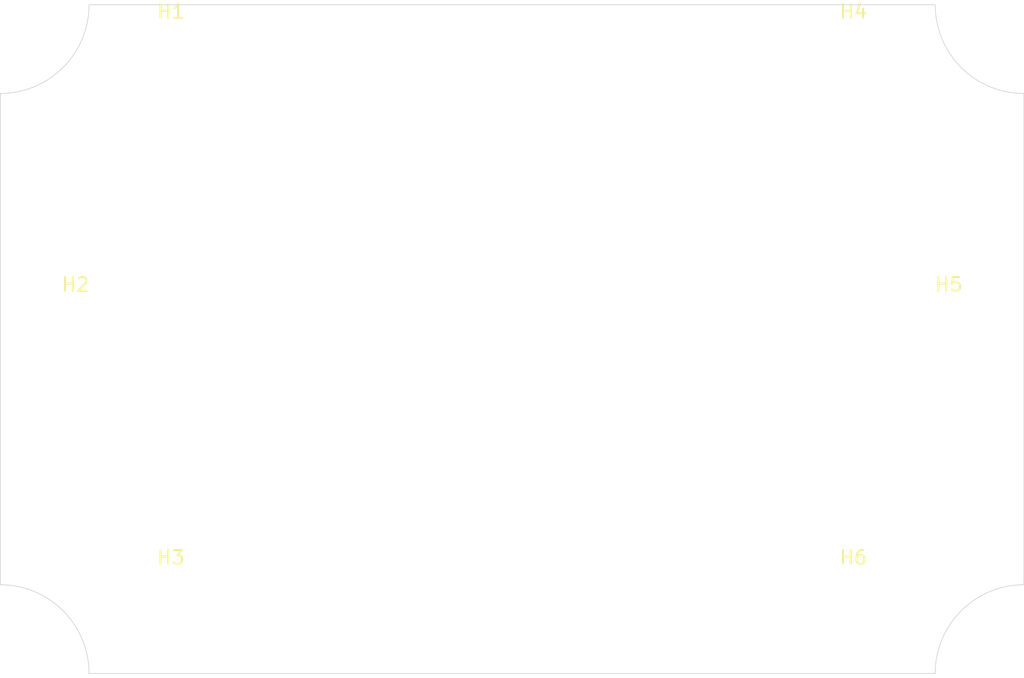
<source format=kicad_pcb>
(kicad_pcb (version 20171130) (host pcbnew 5.1.5-52549c5~86~ubuntu18.04.1)

  (general
    (thickness 1.6)
    (drawings 8)
    (tracks 0)
    (zones 0)
    (modules 6)
    (nets 1)
  )

  (page A4)
  (layers
    (0 F.Cu signal)
    (31 B.Cu signal)
    (32 B.Adhes user)
    (33 F.Adhes user)
    (34 B.Paste user)
    (35 F.Paste user)
    (36 B.SilkS user)
    (37 F.SilkS user)
    (38 B.Mask user)
    (39 F.Mask user)
    (40 Dwgs.User user)
    (41 Cmts.User user)
    (42 Eco1.User user)
    (43 Eco2.User user)
    (44 Edge.Cuts user)
    (45 Margin user)
    (46 B.CrtYd user)
    (47 F.CrtYd user)
    (48 B.Fab user)
    (49 F.Fab user)
  )

  (setup
    (last_trace_width 0.25)
    (trace_clearance 0.2)
    (zone_clearance 0.508)
    (zone_45_only no)
    (trace_min 0.2)
    (via_size 0.8)
    (via_drill 0.4)
    (via_min_size 0.4)
    (via_min_drill 0.3)
    (uvia_size 0.3)
    (uvia_drill 0.1)
    (uvias_allowed no)
    (uvia_min_size 0.2)
    (uvia_min_drill 0.1)
    (edge_width 0.05)
    (segment_width 0.2)
    (pcb_text_width 0.3)
    (pcb_text_size 1.5 1.5)
    (mod_edge_width 0.12)
    (mod_text_size 1 1)
    (mod_text_width 0.15)
    (pad_size 1.524 1.524)
    (pad_drill 0.762)
    (pad_to_mask_clearance 0.051)
    (solder_mask_min_width 0.25)
    (aux_axis_origin 0 0)
    (visible_elements FFFFFF7F)
    (pcbplotparams
      (layerselection 0x010fc_ffffffff)
      (usegerberextensions false)
      (usegerberattributes false)
      (usegerberadvancedattributes false)
      (creategerberjobfile false)
      (excludeedgelayer true)
      (linewidth 0.100000)
      (plotframeref false)
      (viasonmask false)
      (mode 1)
      (useauxorigin false)
      (hpglpennumber 1)
      (hpglpenspeed 20)
      (hpglpendiameter 15.000000)
      (psnegative false)
      (psa4output false)
      (plotreference true)
      (plotvalue true)
      (plotinvisibletext false)
      (padsonsilk false)
      (subtractmaskfromsilk false)
      (outputformat 1)
      (mirror false)
      (drillshape 1)
      (scaleselection 1)
      (outputdirectory ""))
  )

  (net 0 "")

  (net_class Default "This is the default net class."
    (clearance 0.2)
    (trace_width 0.25)
    (via_dia 0.8)
    (via_drill 0.4)
    (uvia_dia 0.3)
    (uvia_drill 0.1)
  )

  (module MountingHole:MountingHole_3mm (layer F.Cu) (tedit 56D1B4CB) (tstamp 5EED7FCD)
    (at 112.5 104.5)
    (descr "Mounting Hole 3mm, no annular")
    (tags "mounting hole 3mm no annular")
    (path /5EED2AEB)
    (attr virtual)
    (fp_text reference H1 (at 0 -4) (layer F.SilkS)
      (effects (font (size 1 1) (thickness 0.15)))
    )
    (fp_text value MountingHole (at 0 4) (layer F.Fab)
      (effects (font (size 1 1) (thickness 0.15)))
    )
    (fp_text user %R (at 0.3 0) (layer F.Fab)
      (effects (font (size 1 1) (thickness 0.15)))
    )
    (fp_circle (center 0 0) (end 3 0) (layer Cmts.User) (width 0.15))
    (fp_circle (center 0 0) (end 3.25 0) (layer F.CrtYd) (width 0.05))
    (pad 1 np_thru_hole circle (at 0 0) (size 3 3) (drill 3) (layers *.Cu *.Mask))
  )

  (module MountingHole:MountingHole_3mm (layer F.Cu) (tedit 56D1B4CB) (tstamp 5EED7FD5)
    (at 105.5 124.5)
    (descr "Mounting Hole 3mm, no annular")
    (tags "mounting hole 3mm no annular")
    (path /5EED2E39)
    (attr virtual)
    (fp_text reference H2 (at 0 -4) (layer F.SilkS)
      (effects (font (size 1 1) (thickness 0.15)))
    )
    (fp_text value MountingHole (at 0 4) (layer F.Fab)
      (effects (font (size 1 1) (thickness 0.15)))
    )
    (fp_circle (center 0 0) (end 3.25 0) (layer F.CrtYd) (width 0.05))
    (fp_circle (center 0 0) (end 3 0) (layer Cmts.User) (width 0.15))
    (fp_text user %R (at 0.3 0) (layer F.Fab)
      (effects (font (size 1 1) (thickness 0.15)))
    )
    (pad 1 np_thru_hole circle (at 0 0) (size 3 3) (drill 3) (layers *.Cu *.Mask))
  )

  (module MountingHole:MountingHole_3mm (layer F.Cu) (tedit 56D1B4CB) (tstamp 5EED7FDD)
    (at 112.5 144.5)
    (descr "Mounting Hole 3mm, no annular")
    (tags "mounting hole 3mm no annular")
    (path /5EED3144)
    (attr virtual)
    (fp_text reference H3 (at 0 -4) (layer F.SilkS)
      (effects (font (size 1 1) (thickness 0.15)))
    )
    (fp_text value MountingHole (at 0 4) (layer F.Fab)
      (effects (font (size 1 1) (thickness 0.15)))
    )
    (fp_text user %R (at 0.3 0) (layer F.Fab)
      (effects (font (size 1 1) (thickness 0.15)))
    )
    (fp_circle (center 0 0) (end 3 0) (layer Cmts.User) (width 0.15))
    (fp_circle (center 0 0) (end 3.25 0) (layer F.CrtYd) (width 0.05))
    (pad 1 np_thru_hole circle (at 0 0) (size 3 3) (drill 3) (layers *.Cu *.Mask))
  )

  (module MountingHole:MountingHole_3mm (layer F.Cu) (tedit 56D1B4CB) (tstamp 5EED7FE5)
    (at 162.5 104.5)
    (descr "Mounting Hole 3mm, no annular")
    (tags "mounting hole 3mm no annular")
    (path /5EED33AC)
    (attr virtual)
    (fp_text reference H4 (at 0 -4) (layer F.SilkS)
      (effects (font (size 1 1) (thickness 0.15)))
    )
    (fp_text value MountingHole (at 0 4) (layer F.Fab)
      (effects (font (size 1 1) (thickness 0.15)))
    )
    (fp_circle (center 0 0) (end 3.25 0) (layer F.CrtYd) (width 0.05))
    (fp_circle (center 0 0) (end 3 0) (layer Cmts.User) (width 0.15))
    (fp_text user %R (at 0.3 0) (layer F.Fab)
      (effects (font (size 1 1) (thickness 0.15)))
    )
    (pad 1 np_thru_hole circle (at 0 0) (size 3 3) (drill 3) (layers *.Cu *.Mask))
  )

  (module MountingHole:MountingHole_3mm (layer F.Cu) (tedit 56D1B4CB) (tstamp 5EED7FED)
    (at 169.5 124.5)
    (descr "Mounting Hole 3mm, no annular")
    (tags "mounting hole 3mm no annular")
    (path /5EED3A44)
    (attr virtual)
    (fp_text reference H5 (at 0 -4) (layer F.SilkS)
      (effects (font (size 1 1) (thickness 0.15)))
    )
    (fp_text value MountingHole (at 0 4) (layer F.Fab)
      (effects (font (size 1 1) (thickness 0.15)))
    )
    (fp_circle (center 0 0) (end 3.25 0) (layer F.CrtYd) (width 0.05))
    (fp_circle (center 0 0) (end 3 0) (layer Cmts.User) (width 0.15))
    (fp_text user %R (at 0.3 0) (layer F.Fab)
      (effects (font (size 1 1) (thickness 0.15)))
    )
    (pad 1 np_thru_hole circle (at 0 0) (size 3 3) (drill 3) (layers *.Cu *.Mask))
  )

  (module MountingHole:MountingHole_3mm (layer F.Cu) (tedit 56D1B4CB) (tstamp 5EED83A2)
    (at 162.5 144.5)
    (descr "Mounting Hole 3mm, no annular")
    (tags "mounting hole 3mm no annular")
    (path /5EED36FB)
    (attr virtual)
    (fp_text reference H6 (at 0 -4) (layer F.SilkS)
      (effects (font (size 1 1) (thickness 0.15)))
    )
    (fp_text value MountingHole (at 0 4) (layer F.Fab)
      (effects (font (size 1 1) (thickness 0.15)))
    )
    (fp_text user %R (at 0.3 0) (layer F.Fab)
      (effects (font (size 1 1) (thickness 0.15)))
    )
    (fp_circle (center 0 0) (end 3 0) (layer Cmts.User) (width 0.15))
    (fp_circle (center 0 0) (end 3.25 0) (layer F.CrtYd) (width 0.05))
    (pad 1 np_thru_hole circle (at 0 0) (size 3 3) (drill 3) (layers *.Cu *.Mask))
  )

  (gr_arc (start 175 149) (end 175 142.5) (angle -90) (layer Edge.Cuts) (width 0.05))
  (gr_arc (start 175 100) (end 175 106.5) (angle 90) (layer Edge.Cuts) (width 0.05))
  (gr_arc (start 100 149) (end 106.5 149) (angle -90) (layer Edge.Cuts) (width 0.05))
  (gr_arc (start 100 100) (end 106.5 100) (angle 90) (layer Edge.Cuts) (width 0.05))
  (gr_line (start 175 106.5) (end 175 142.5) (layer Edge.Cuts) (width 0.05))
  (gr_line (start 100 106.5) (end 100 142.5) (layer Edge.Cuts) (width 0.05))
  (gr_line (start 106.5 149) (end 168.5 149) (layer Edge.Cuts) (width 0.05))
  (gr_line (start 106.5 100) (end 168.5 100) (layer Edge.Cuts) (width 0.05))

)

</source>
